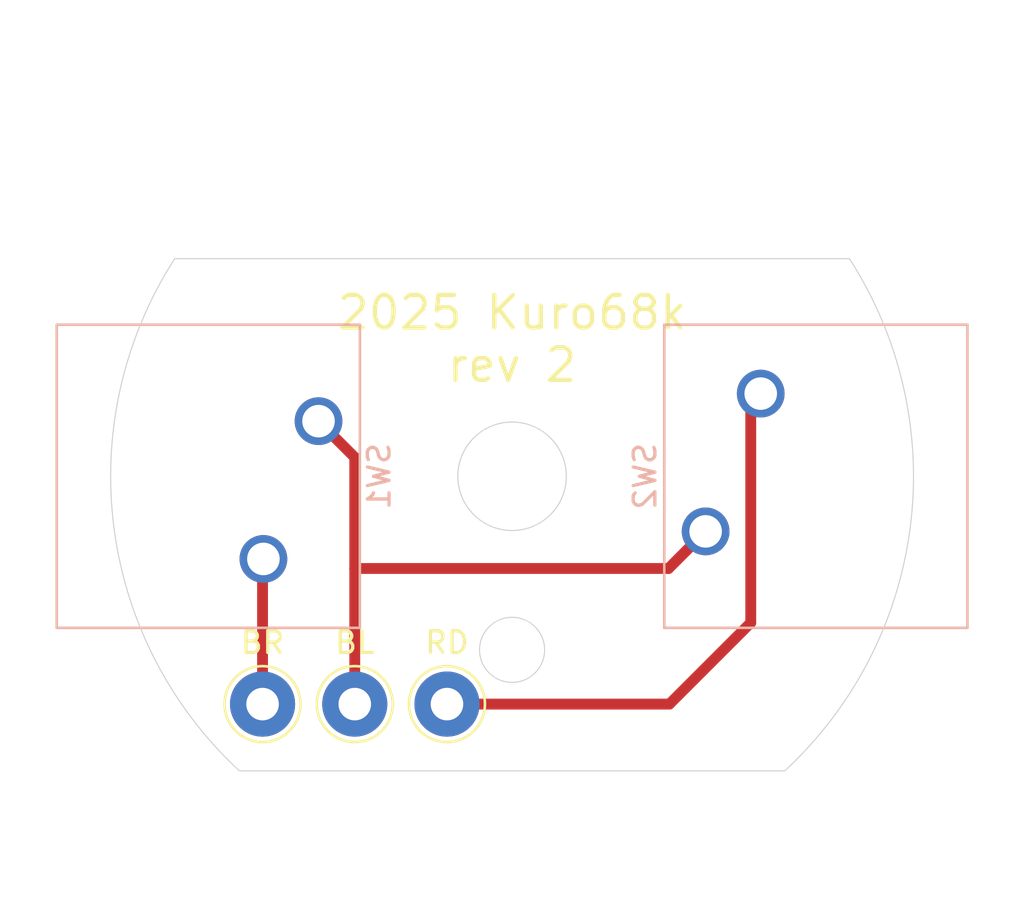
<source format=kicad_pcb>
(kicad_pcb (version 20241229) (generator "pcbnew") (generator_version "9.0")
  (layers (0 "F.Cu" signal) (2 "B.Cu" signal) (13 "F.Paste" user) (15 "B.Paste" user) (5 "F.SilkS" user "F.Silkscreen") (7 "B.SilkS" user "B.Silkscreen") (1 "F.Mask" user) (3 "B.Mask" user) (25 "Edge.Cuts" user))
  (net 0 "")
  (net 1 "Net-(J1-Pin_1)")
  (net 2 "Net-(J2-Pin_1)")
  (net 3 "Net-(J3-Pin_1)")
  (footprint "TestPoint:TestPoint_THTPad_D3.0mm_Drill1.5mm" (layer "F.Cu") (at 152 110.5 90)
    (property "Reference" "J3")
    (property "Value" "SW2" (hide yes))
    (fp_circle (center 0 0) (end 0 1.75) (stroke (width 0.12)) (fill no) (layer "F.SilkS"))
    (pad "1" thru_hole circle (at 0 0 90) (size 3 3) (drill 1.5) (layers "*.Cu" "*.Mask") (net 3 "Net-(J3-Pin_1)"))
  )
  (footprint "TestPoint:TestPoint_THTPad_D3.0mm_Drill1.5mm" (layer "F.Cu") (at 143.5 110.5 90)
    (property "Reference" "J2")
    (property "Value" "SW1" (hide yes))
    (fp_circle (center 0 0) (end 0 1.75) (stroke (width 0.12)) (fill no) (layer "F.SilkS"))
    (pad "1" thru_hole circle (at 0 0 90) (size 3 3) (drill 1.5) (layers "*.Cu" "*.Mask") (net 2 "Net-(J2-Pin_1)"))
  )
  (footprint "TestPoint:TestPoint_THTPad_D3.0mm_Drill1.5mm" (layer "F.Cu") (at 147.75 110.5 90)
    (property "Reference" "J1")
    (property "Value" "GND" (hide yes))
    (fp_circle (center 0 0) (end 0 1.75) (stroke (width 0.12)) (fill no) (layer "F.SilkS"))
    (pad "1" thru_hole circle (at 0 0 90) (size 3 3) (drill 1.5) (layers "*.Cu" "*.Mask") (net 1 "Net-(J1-Pin_1)"))
  )
  (footprint "Keyboard Switches:SW_Cherry_MX_1.00u_PCB" (layer "B.Cu") (at 146.08 97.46 90)
    (property "Reference" "SW1" (at -2.54 2.794 90) (layer "B.SilkS") (effects (justify mirror)))
    (property "Value" "SW_SPST")
    (fp_line (start 4.445 -12.065) (end -9.525 -12.065) (stroke (width 0.12)) (layer "B.SilkS"))
    (fp_line (start -9.525 -12.065) (end -9.525 1.905) (stroke (width 0.12)) (layer "B.SilkS"))
    (fp_line (start 4.445 1.905) (end 4.445 -12.065) (stroke (width 0.12)) (layer "B.SilkS"))
    (fp_line (start -9.525 1.905) (end 4.445 1.905) (stroke (width 0.12)) (layer "B.SilkS"))
    (pad "" np_thru_hole circle (at -7.62 -5.08 90) (size 1.7 1.7) (drill 1.7) (layers "*.Cu" "*.Mask"))
    (pad "" np_thru_hole circle (at -2.54 -5.08 90) (size 4 4) (drill 4) (layers "*.Cu" "*.Mask"))
    (pad "" np_thru_hole circle (at 2.54 -5.08 90) (size 1.7 1.7) (drill 1.7) (layers "*.Cu" "*.Mask"))
    (pad "1" thru_hole circle (at 0 0 90) (size 2.2 2.2) (drill 1.5) (layers "*.Cu" "*.Mask") (net 1 "Net-(J1-Pin_1)"))
    (pad "2" thru_hole circle (at -6.35 -2.54 90) (size 2.2 2.2) (drill 1.5) (layers "*.Cu" "*.Mask") (net 2 "Net-(J2-Pin_1)"))
  )
  (footprint "Keyboard Switches:SW_Cherry_MX_1.00u_PCB" (layer "B.Cu") (at 163.92 102.54 -90)
    (property "Reference" "SW2" (at -2.54 2.794 90) (layer "B.SilkS") (effects (justify mirror)))
    (property "Value" "SW_SPST")
    (fp_line (start -9.525 1.905) (end 4.445 1.905) (stroke (width 0.12)) (layer "B.SilkS"))
    (fp_line (start 4.445 1.905) (end 4.445 -12.065) (stroke (width 0.12)) (layer "B.SilkS"))
    (fp_line (start -9.525 -12.065) (end -9.525 1.905) (stroke (width 0.12)) (layer "B.SilkS"))
    (fp_line (start 4.445 -12.065) (end -9.525 -12.065) (stroke (width 0.12)) (layer "B.SilkS"))
    (pad "" np_thru_hole circle (at -7.62 -5.08 270) (size 1.7 1.7) (drill 1.7) (layers "*.Cu" "*.Mask"))
    (pad "" np_thru_hole circle (at -2.54 -5.08 270) (size 4 4) (drill 4) (layers "*.Cu" "*.Mask"))
    (pad "" np_thru_hole circle (at 2.54 -5.08 270) (size 1.7 1.7) (drill 1.7) (layers "*.Cu" "*.Mask"))
    (pad "1" thru_hole circle (at 0 0 270) (size 2.2 2.2) (drill 1.5) (layers "*.Cu" "*.Mask") (net 1 "Net-(J1-Pin_1)"))
    (pad "2" thru_hole circle (at -6.35 -2.54 270) (size 2.2 2.2) (drill 1.5) (layers "*.Cu" "*.Mask") (net 3 "Net-(J3-Pin_1)"))
  )
  (gr_arc (start 173.5 100) (mid 171.952543 107.406841) (end 167.569049 113.574572) (stroke (width 0.05)) (layer "Edge.Cuts"))
  (gr_arc (start 170.545488 89.970653) (mid 172.746007 94.772263) (end 173.5 100) (stroke (width 0.05)) (layer "Edge.Cuts"))
  (gr_circle (center 155 100) (end 157.5 100) (stroke (width 0.05)) (fill no) (layer "Edge.Cuts"))
  (gr_arc (start 142.430951 113.574572) (mid 138.047457 107.406841) (end 136.5 100) (stroke (width 0.05)) (layer "Edge.Cuts"))
  (gr_arc (start 136.5 100) (mid 137.253993 94.772263) (end 139.454512 89.970653) (stroke (width 0.05)) (layer "Edge.Cuts"))
  (gr_line (start 139.454512 89.970653) (end 170.545488 89.970653) (stroke (width 0.05)) (layer "Edge.Cuts"))
  (gr_line (start 142.430951 113.574572) (end 167.569049 113.574572) (stroke (width 0.05)) (layer "Edge.Cuts"))
  (gr_circle (center 155 108) (end 156.5 108) (stroke (width 0.05)) (fill no) (layer "Edge.Cuts"))
  (gr_text "BR" (at 143.5 108.25 0) (layer "F.SilkS") (effects (font (size 1 1)) (justify bottom)))
  (gr_text "RD" (at 152 108.25 0) (layer "F.SilkS") (effects (font (size 1 1)) (justify bottom)))
  (gr_text "2025 Kuro68k\nrev 2" (at 155 95.75 0) (layer "F.SilkS") (effects (font (size 1.5 1.5) (thickness 0.2)) (justify bottom)))
  (gr_text "BL" (at 147.75 108.25 0) (layer "F.SilkS") (effects (font (size 1 1)) (justify bottom)))
  (segment (start 147.75 99.13) (end 146.08 97.46) (width 0.5) (layer "F.Cu") (net 1))
  (segment (start 147.75 104.25) (end 162.21 104.25) (width 0.5) (layer "F.Cu") (net 1))
  (segment (start 147.75 110.5) (end 147.75 104.25) (width 0.5) (layer "F.Cu") (net 1))
  (segment (start 147.75 104.25) (end 147.75 99.13) (width 0.5) (layer "F.Cu") (net 1))
  (segment (start 162.21 104.25) (end 163.92 102.54) (width 0.5) (layer "F.Cu") (net 1))
  (segment (start 143.5 110.5) (end 143.5 103.85) (width 0.5) (layer "F.Cu") (net 2))
  (segment (start 143.5 103.85) (end 143.54 103.81) (width 0.5) (layer "F.Cu") (net 2))
  (segment (start 166 106.75) (end 166 96.65) (width 0.5) (layer "F.Cu") (net 3))
  (segment (start 162.25 110.5) (end 166 106.75) (width 0.5) (layer "F.Cu") (net 3))
  (segment (start 166 96.65) (end 166.46 96.19) (width 0.5) (layer "F.Cu") (net 3))
  (segment (start 152 110.5) (end 162.25 110.5) (width 0.5) (layer "F.Cu") (net 3))
)
</source>
